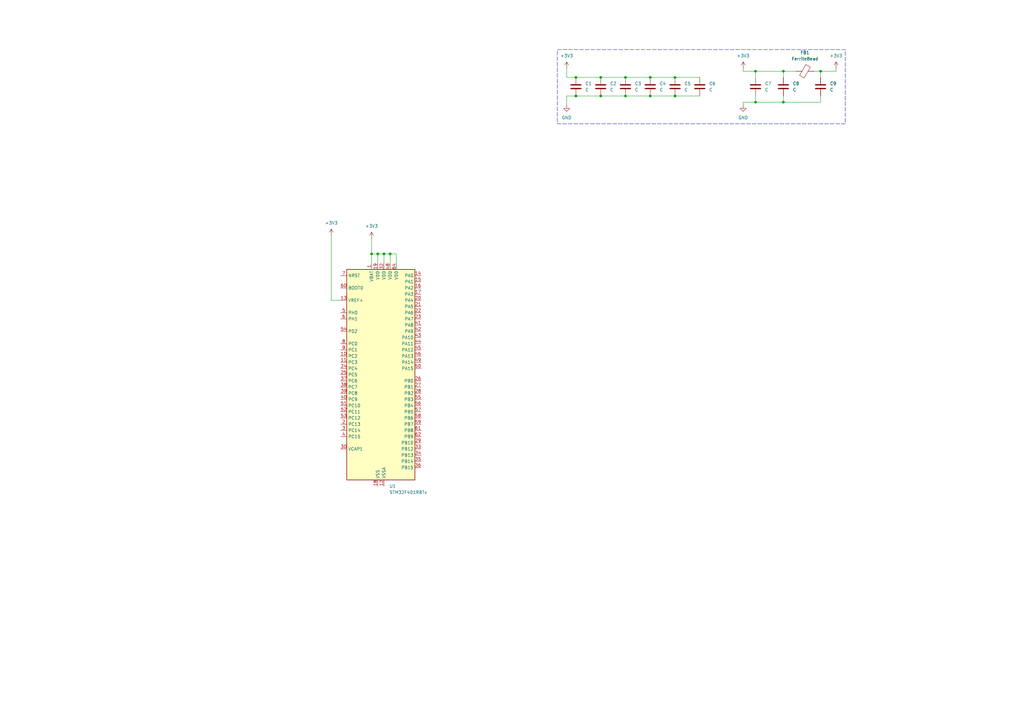
<source format=kicad_sch>
(kicad_sch (version 20231120) (generator "eeschema") (generator_version "8.0")
  (paper "A3")
  (lib_symbols
    (symbol "Device:C" (pin_numbers hide) (pin_names (offset 0.254))
      (property "Reference" "C" (at 0.635 2.54 0))
      (property "Value" "C" (at 0.635 -2.54 0))
      (symbol "C_0_1"
        (polyline (pts (xy -2.032 -0.762) (xy 2.032 -0.762)) (stroke (width 0.508)))
        (polyline (pts (xy -2.032 0.762) (xy 2.032 0.762)) (stroke (width 0.508)))
      )
      (symbol "C_1_1"
        (pin passive line (at 0 3.81 270) (length 2.794) (name "~") (number "1"))
        (pin passive line (at 0 -3.81 90) (length 2.794) (name "~") (number "2"))
      )
    )
    (symbol "Device:FerriteBead" (pin_numbers hide) (pin_names (offset 0))
      (property "Reference" "FB" (at -3.81 0.635 90))
      (property "Value" "FerriteBead" (at 3.81 0 90))
      (symbol "FerriteBead_0_1"
        (polyline (pts (xy 0 -1.27) (xy 0 -1.2192)))
        (polyline (pts (xy 0 1.27) (xy 0 1.2954)))
        (polyline (pts (xy -2.7686 0.4064) (xy -1.7018 2.2606) (xy 2.7686 -0.3048) (xy 1.6764 -2.159) (xy -2.7686 0.4064)))
      )
      (symbol "FerriteBead_1_1"
        (pin passive line (at 0 3.81 270) (length 2.54) (name "~") (number "1"))
        (pin passive line (at 0 -3.81 90) (length 2.54) (name "~") (number "2"))
      )
    )
    (symbol "MCU_ST_STM32F4:STM32F401RBTx"
      (property "Reference" "U" (at -12.7 44.45 0))
      (property "Value" "STM32F401RBTx" (at 10.16 44.45 0))
      (symbol "STM32F401RBTx_0_1"
        (rectangle (start -12.7 -43.18) (end 15.24 43.18) (stroke (width 0.254)) (fill (type background)))
      )
      (symbol "STM32F401RBTx_1_1"
        (pin power_in line (at -2.54 45.72 270) (length 2.54) (name "VBAT") (number "1"))
        (pin bidirectional line (at -15.24 7.62 0) (length 2.54) (name "PC2") (number "10"))
        (pin bidirectional line (at -15.24 5.08 0) (length 2.54) (name "PC3") (number "11"))
        (pin power_in line (at 2.54 -45.72 90) (length 2.54) (name "VSSA") (number "12"))
        (pin input line (at -15.24 30.48 0) (length 2.54) (name "VREF+") (number "13"))
        (pin bidirectional line (at 17.78 40.64 180) (length 2.54) (name "PA0") (number "14"))
        (pin bidirectional line (at 17.78 38.1 180) (length 2.54) (name "PA1") (number "15"))
        (pin bidirectional line (at 17.78 35.56 180) (length 2.54) (name "PA2") (number "16"))
        (pin bidirectional line (at 17.78 33.02 180) (length 2.54) (name "PA3") (number "17"))
        (pin power_in line (at 0 -45.72 90) (length 2.54) (name "VSS") (number "18"))
        (pin power_in line (at 0 45.72 270) (length 2.54) (name "VDD") (number "19"))
        (pin bidirectional line (at -15.24 -20.32 0) (length 2.54) (name "PC13") (number "2"))
        (pin bidirectional line (at 17.78 30.48 180) (length 2.54) (name "PA4") (number "20"))
        (pin bidirectional line (at 17.78 27.94 180) (length 2.54) (name "PA5") (number "21"))
        (pin bidirectional line (at 17.78 25.4 180) (length 2.54) (name "PA6") (number "22"))
        (pin bidirectional line (at 17.78 22.86 180) (length 2.54) (name "PA7") (number "23"))
        (pin bidirectional line (at -15.24 2.54 0) (length 2.54) (name "PC4") (number "24"))
        (pin bidirectional line (at -15.24 0 0) (length 2.54) (name "PC5") (number "25"))
        (pin bidirectional line (at 17.78 -2.54 180) (length 2.54) (name "PB0") (number "26"))
        (pin bidirectional line (at 17.78 -5.08 180) (length 2.54) (name "PB1") (number "27"))
        (pin bidirectional line (at 17.78 -7.62 180) (length 2.54) (name "PB2") (number "28"))
        (pin bidirectional line (at 17.78 -27.94 180) (length 2.54) (name "PB10") (number "29"))
        (pin bidirectional line (at -15.24 -22.86 0) (length 2.54) (name "PC14") (number "3"))
        (pin power_out line (at -15.24 -30.48 0) (length 2.54) (name "VCAP1") (number "30"))
        (pin passive line (at 0 -45.72 90) (length 2.54) hide (name "VSS") (number "31"))
        (pin power_in line (at 2.54 45.72 270) (length 2.54) (name "VDD") (number "32"))
        (pin bidirectional line (at 17.78 -30.48 180) (length 2.54) (name "PB12") (number "33"))
        (pin bidirectional line (at 17.78 -33.02 180) (length 2.54) (name "PB13") (number "34"))
        (pin bidirectional line (at 17.78 -35.56 180) (length 2.54) (name "PB14") (number "35"))
        (pin bidirectional line (at 17.78 -38.1 180) (length 2.54) (name "PB15") (number "36"))
        (pin bidirectional line (at -15.24 -2.54 0) (length 2.54) (name "PC6") (number "37"))
        (pin bidirectional line (at -15.24 -5.08 0) (length 2.54) (name "PC7") (number "38"))
        (pin bidirectional line (at -15.24 -7.62 0) (length 2.54) (name "PC8") (number "39"))
        (pin bidirectional line (at -15.24 -25.4 0) (length 2.54) (name "PC15") (number "4"))
        (pin bidirectional line (at -15.24 -10.16 0) (length 2.54) (name "PC9") (number "40"))
        (pin bidirectional line (at 17.78 20.32 180) (length 2.54) (name "PA8") (number "41"))
        (pin bidirectional line (at 17.78 17.78 180) (length 2.54) (name "PA9") (number "42"))
        (pin bidirectional line (at 17.78 15.24 180) (length 2.54) (name "PA10") (number "43"))
        (pin bidirectional line (at 17.78 12.7 180) (length 2.54) (name "PA11") (number "44"))
        (pin bidirectional line (at 17.78 10.16 180) (length 2.54) (name "PA12") (number "45"))
        (pin bidirectional line (at 17.78 7.62 180) (length 2.54) (name "PA13") (number "46"))
        (pin passive line (at 0 -45.72 90) (length 2.54) hide (name "VSS") (number "47"))
        (pin power_in line (at 5.08 45.72 270) (length 2.54) (name "VDD") (number "48"))
        (pin bidirectional line (at 17.78 5.08 180) (length 2.54) (name "PA14") (number "49"))
        (pin bidirectional line (at -15.24 25.4 0) (length 2.54) (name "PH0") (number "5"))
        (pin bidirectional line (at 17.78 2.54 180) (length 2.54) (name "PA15") (number "50"))
        (pin bidirectional line (at -15.24 -12.7 0) (length 2.54) (name "PC10") (number "51"))
        (pin bidirectional line (at -15.24 -15.24 0) (length 2.54) (name "PC11") (number "52"))
        (pin bidirectional line (at -15.24 -17.78 0) (length 2.54) (name "PC12") (number "53"))
        (pin bidirectional line (at -15.24 17.78 0) (length 2.54) (name "PD2") (number "54"))
        (pin bidirectional line (at 17.78 -10.16 180) (length 2.54) (name "PB3") (number "55"))
        (pin bidirectional line (at 17.78 -12.7 180) (length 2.54) (name "PB4") (number "56"))
        (pin bidirectional line (at 17.78 -15.24 180) (length 2.54) (name "PB5") (number "57"))
        (pin bidirectional line (at 17.78 -17.78 180) (length 2.54) (name "PB6") (number "58"))
        (pin bidirectional line (at 17.78 -20.32 180) (length 2.54) (name "PB7") (number "59"))
        (pin bidirectional line (at -15.24 22.86 0) (length 2.54) (name "PH1") (number "6"))
        (pin input line (at -15.24 35.56 0) (length 2.54) (name "BOOT0") (number "60"))
        (pin bidirectional line (at 17.78 -22.86 180) (length 2.54) (name "PB8") (number "61"))
        (pin bidirectional line (at 17.78 -25.4 180) (length 2.54) (name "PB9") (number "62"))
        (pin passive line (at 0 -45.72 90) (length 2.54) hide (name "VSS") (number "63"))
        (pin power_in line (at 7.62 45.72 270) (length 2.54) (name "VDD") (number "64"))
        (pin input line (at -15.24 40.64 0) (length 2.54) (name "NRST") (number "7"))
        (pin bidirectional line (at -15.24 12.7 0) (length 2.54) (name "PC0") (number "8"))
        (pin bidirectional line (at -15.24 10.16 0) (length 2.54) (name "PC1") (number "9"))
      )
    )
    (symbol "power:+3V3" (power) (pin_numbers hide) (pin_names (offset 0) hide)
      (property "Value" "+3V3" (at 0 3.556 0))
      (symbol "+3V3_0_1"
        (polyline (pts (xy -0.762 1.27) (xy 0 2.54)))
        (polyline (pts (xy 0 0) (xy 0 2.54)))
        (polyline (pts (xy 0 2.54) (xy 0.762 1.27)))
      )
      (symbol "+3V3_1_1"
        (pin power_in line (at 0 0 90) (length 0) (name "~") (number "1"))
      )
    )
    (symbol "power:GND" (power) (pin_numbers hide) (pin_names (offset 0) hide)
      (property "Value" "GND" (at 0 -3.81 0))
      (symbol "GND_0_1"
        (polyline (pts (xy 0 0) (xy 0 -1.27) (xy 1.27 -1.27) (xy 0 -2.54) (xy -1.27 -1.27) (xy 0 -1.27)))
      )
      (symbol "GND_1_1"
        (pin power_in line (at 0 0 270) (length 0) (name "~") (number "1"))
      )
    )
  )
  (junction (at 256.54 39.37))
  (junction (at 246.38 31.75))
  (junction (at 321.31 29.21))
  (junction (at 160.02 104.14))
  (junction (at 276.86 39.37))
  (junction (at 246.38 39.37))
  (junction (at 236.22 31.75))
  (junction (at 321.31 41.91))
  (junction (at 266.7 31.75))
  (junction (at 336.55 29.21))
  (junction (at 236.22 39.37))
  (junction (at 309.88 41.91))
  (junction (at 154.94 104.14))
  (junction (at 309.88 29.21))
  (junction (at 276.86 31.75))
  (junction (at 256.54 31.75))
  (junction (at 152.4 104.14))
  (junction (at 266.7 39.37))
  (junction (at 157.48 104.14))
  (wire (pts (xy 309.88 31.75) (xy 309.88 29.21)))
  (wire (pts (xy 321.31 29.21) (xy 321.31 31.75)))
  (wire (pts (xy 342.9 29.21) (xy 336.55 29.21)))
  (wire (pts (xy 266.7 31.75) (xy 276.86 31.75)))
  (wire (pts (xy 160.02 107.95) (xy 160.02 104.14)))
  (wire (pts (xy 336.55 41.91) (xy 336.55 39.37)))
  (wire (pts (xy 152.4 104.14) (xy 152.4 107.95)))
  (wire (pts (xy 236.22 31.75) (xy 232.41 31.75)))
  (wire (pts (xy 236.22 31.75) (xy 246.38 31.75)))
  (wire (pts (xy 157.48 107.95) (xy 157.48 104.14)))
  (wire (pts (xy 309.88 41.91) (xy 321.31 41.91)))
  (wire (pts (xy 135.89 123.19) (xy 135.89 96.52)))
  (wire (pts (xy 154.94 104.14) (xy 152.4 104.14)))
  (wire (pts (xy 157.48 104.14) (xy 154.94 104.14)))
  (wire (pts (xy 304.8 27.94) (xy 304.8 29.21)))
  (wire (pts (xy 160.02 104.14) (xy 157.48 104.14)))
  (wire (pts (xy 246.38 39.37) (xy 256.54 39.37)))
  (wire (pts (xy 266.7 39.37) (xy 276.86 39.37)))
  (wire (pts (xy 309.88 41.91) (xy 304.8 41.91)))
  (wire (pts (xy 162.56 104.14) (xy 160.02 104.14)))
  (wire (pts (xy 334.01 29.21) (xy 336.55 29.21)))
  (wire (pts (xy 276.86 39.37) (xy 287.02 39.37)))
  (wire (pts (xy 152.4 97.79) (xy 152.4 104.14)))
  (wire (pts (xy 309.88 39.37) (xy 309.88 41.91)))
  (wire (pts (xy 256.54 39.37) (xy 266.7 39.37)))
  (wire (pts (xy 336.55 31.75) (xy 336.55 29.21)))
  (wire (pts (xy 321.31 39.37) (xy 321.31 41.91)))
  (wire (pts (xy 326.39 29.21) (xy 321.31 29.21)))
  (wire (pts (xy 304.8 29.21) (xy 309.88 29.21)))
  (wire (pts (xy 256.54 31.75) (xy 266.7 31.75)))
  (wire (pts (xy 139.7 123.19) (xy 135.89 123.19)))
  (wire (pts (xy 309.88 29.21) (xy 321.31 29.21)))
  (wire (pts (xy 321.31 41.91) (xy 336.55 41.91)))
  (wire (pts (xy 276.86 31.75) (xy 287.02 31.75)))
  (wire (pts (xy 162.56 107.95) (xy 162.56 104.14)))
  (wire (pts (xy 154.94 107.95) (xy 154.94 104.14)))
  (wire (pts (xy 246.38 31.75) (xy 256.54 31.75)))
  (wire (pts (xy 304.8 41.91) (xy 304.8 43.18)))
  (wire (pts (xy 232.41 39.37) (xy 232.41 43.18)))
  (wire (pts (xy 342.9 27.94) (xy 342.9 29.21)))
  (wire (pts (xy 236.22 39.37) (xy 246.38 39.37)))
  (wire (pts (xy 236.22 39.37) (xy 232.41 39.37)))
  (wire (pts (xy 232.41 31.75) (xy 232.41 27.94)))
  (rectangle (start 228.6 20.32) (end 346.71 50.8) (stroke (width 0) (type dash)))
  (symbol (lib_id "power:+3V3") (at 342.9 27.94 0) (unit 1)
    (property "Reference" "#PWR05" (effects (hide yes)))
    (property "Value" "+3V3" (at 342.9 22.86 0))
    (property "Description" "Power symbol creates a global label with name \"+3V3\"" (effects (hide yes)))
  )
  (symbol (lib_id "power:+3V3") (at 135.89 96.52 0) (unit 1)
    (property "Reference" "#PWR02" (effects (hide yes)))
    (property "Value" "+3V3" (at 135.89 91.44 0))
    (property "Description" "Power symbol creates a global label with name \"+3V3\"" (effects (hide yes)))
  )
  (symbol (lib_id "power:GND") (at 304.8 43.18 0) (unit 1)
    (property "Reference" "#PWR06" (effects (hide yes)))
    (property "Value" "GND" (at 304.8 48.26 0))
    (property "Description" "Power symbol creates a global label with name \"GND\" , ground" (effects (hide yes)))
  )
  (symbol (lib_id "Device:C") (at 309.88 35.56 0) (unit 1)
    (property "Reference" "C7" (at 313.69 34.2899 0) (effects (justify left)))
    (property "Value" "C" (at 313.69 36.8299 0) (effects (justify left)))
    (property "Description" "Unpolarized capacitor" (effects (hide yes)))
  )
  (symbol (lib_id "Device:C") (at 236.22 35.56 0) (unit 1)
    (property "Reference" "C1" (at 240.03 34.2899 0) (effects (justify left)))
    (property "Value" "C" (at 240.03 36.8299 0) (effects (justify left)))
    (property "Description" "Unpolarized capacitor" (effects (hide yes)))
  )
  (symbol (lib_id "Device:C") (at 287.02 35.56 0) (unit 1)
    (property "Reference" "C6" (at 290.83 34.2899 0) (effects (justify left)))
    (property "Value" "C" (at 290.83 36.8299 0) (effects (justify left)))
    (property "Description" "Unpolarized capacitor" (effects (hide yes)))
  )
  (symbol (lib_id "Device:C") (at 246.38 35.56 0) (unit 1)
    (property "Reference" "C2" (at 250.19 34.2899 0) (effects (justify left)))
    (property "Value" "C" (at 250.19 36.8299 0) (effects (justify left)))
    (property "Description" "Unpolarized capacitor" (effects (hide yes)))
  )
  (symbol (lib_id "power:GND") (at 232.41 43.18 0) (unit 1)
    (property "Reference" "#PWR04" (effects (hide yes)))
    (property "Value" "GND" (at 232.41 48.26 0))
    (property "Description" "Power symbol creates a global label with name \"GND\" , ground" (effects (hide yes)))
  )
  (symbol (lib_id "Device:C") (at 276.86 35.56 0) (unit 1)
    (property "Reference" "C5" (at 280.67 34.2899 0) (effects (justify left)))
    (property "Value" "C" (at 280.67 36.8299 0) (effects (justify left)))
    (property "Description" "Unpolarized capacitor" (effects (hide yes)))
  )
  (symbol (lib_id "Device:C") (at 256.54 35.56 0) (unit 1)
    (property "Reference" "C3" (at 260.35 34.2899 0) (effects (justify left)))
    (property "Value" "C" (at 260.35 36.8299 0) (effects (justify left)))
    (property "Description" "Unpolarized capacitor" (effects (hide yes)))
  )
  (symbol (lib_id "Device:C") (at 321.31 35.56 0) (unit 1)
    (property "Reference" "C8" (at 325.12 34.2899 0) (effects (justify left)))
    (property "Value" "C" (at 325.12 36.8299 0) (effects (justify left)))
    (property "Description" "Unpolarized capacitor" (effects (hide yes)))
  )
  (symbol (lib_id "power:+3V3") (at 232.41 27.94 0) (unit 1)
    (property "Reference" "#PWR03" (effects (hide yes)))
    (property "Value" "+3V3" (at 232.41 22.86 0))
    (property "Description" "Power symbol creates a global label with name \"+3V3\"" (effects (hide yes)))
  )
  (symbol (lib_id "MCU_ST_STM32F4:STM32F401RBTx") (at 154.94 153.67 0) (unit 1)
    (property "Reference" "U1" (at 159.6741 199.39 0) (effects (justify left)))
    (property "Value" "STM32F401RBTx" (at 159.6741 201.93 0) (effects (justify left)))
    (property "Footprint" "Package_QFP:LQFP-64_10x10mm_P0.5mm" (effects (hide yes)))
    (property "Datasheet" "https://www.st.com/resource/en/datasheet/stm32f401rb.pdf" (effects (hide yes)))
    (property "Description" "STMicroelectronics Arm Cortex-M4 MCU, 128KB flash, 64KB RAM, 84 MHz, 1.7-3.6V, 50 GPIO, LQFP64" (effects (hide yes)))
  )
  (symbol (lib_id "Device:C") (at 266.7 35.56 0) (unit 1)
    (property "Reference" "C4" (at 270.51 34.2899 0) (effects (justify left)))
    (property "Value" "C" (at 270.51 36.8299 0) (effects (justify left)))
    (property "Description" "Unpolarized capacitor" (effects (hide yes)))
  )
  (symbol (lib_id "Device:FerriteBead") (at 330.2 29.21 90) (unit 1)
    (property "Reference" "FB1" (at 330.1492 21.59 90))
    (property "Value" "FerriteBead" (at 330.1492 24.13 90))
    (property "Description" "Ferrite bead" (effects (hide yes)))
  )
  (symbol (lib_id "power:+3V3") (at 152.4 97.79 0) (unit 1)
    (property "Reference" "#PWR01" (effects (hide yes)))
    (property "Value" "+3V3" (at 152.4 92.71 0))
    (property "Description" "Power symbol creates a global label with name \"+3V3\"" (effects (hide yes)))
  )
  (symbol (lib_id "Device:C") (at 336.55 35.56 0) (unit 1)
    (property "Reference" "C9" (at 340.36 34.2899 0) (effects (justify left)))
    (property "Value" "C" (at 340.36 36.8299 0) (effects (justify left)))
    (property "Description" "Unpolarized capacitor" (effects (hide yes)))
  )
  (symbol (lib_id "power:+3V3") (at 304.8 27.94 0) (unit 1)
    (property "Reference" "#PWR07" (effects (hide yes)))
    (property "Value" "+3V3" (at 304.8 22.86 0))
    (property "Description" "Power symbol creates a global label with name \"+3V3\"" (effects (hide yes)))
  )
)
</source>
